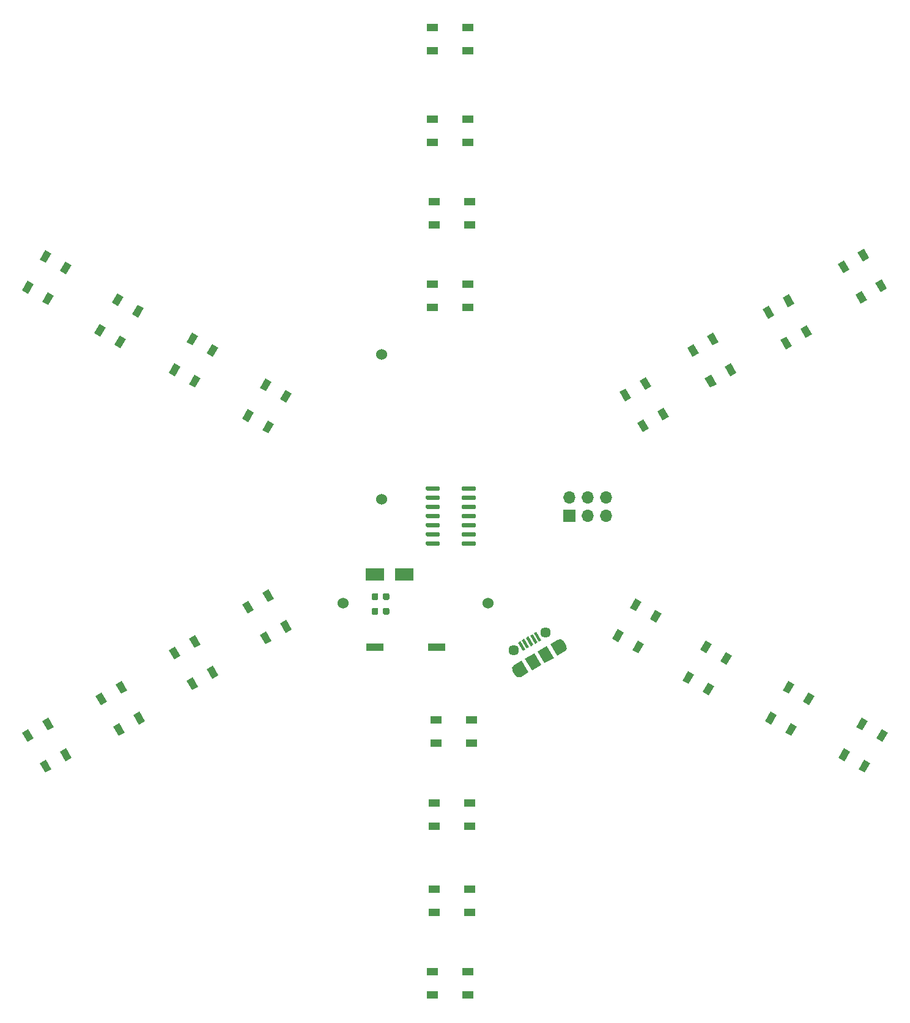
<source format=gbr>
%TF.GenerationSoftware,KiCad,Pcbnew,(5.1.12)-1*%
%TF.CreationDate,2021-12-12T20:51:00-05:00*%
%TF.ProjectId,snowflake,736e6f77-666c-4616-9b65-2e6b69636164,rev?*%
%TF.SameCoordinates,Original*%
%TF.FileFunction,Soldermask,Top*%
%TF.FilePolarity,Negative*%
%FSLAX46Y46*%
G04 Gerber Fmt 4.6, Leading zero omitted, Abs format (unit mm)*
G04 Created by KiCad (PCBNEW (5.1.12)-1) date 2021-12-12 20:51:00*
%MOMM*%
%LPD*%
G01*
G04 APERTURE LIST*
%ADD10R,2.440000X1.120000*%
%ADD11O,1.700000X1.700000*%
%ADD12R,1.700000X1.700000*%
%ADD13C,0.100000*%
%ADD14C,1.524000*%
%ADD15R,1.500000X1.000000*%
%ADD16C,1.450000*%
%ADD17R,2.500000X1.800000*%
G04 APERTURE END LIST*
D10*
%TO.C,SW1*%
X151790400Y-117195600D03*
X143180400Y-117195600D03*
%TD*%
D11*
%TO.C,J1*%
X175260000Y-96520000D03*
X175260000Y-99060000D03*
X172720000Y-96520000D03*
X172720000Y-99060000D03*
X170180000Y-96520000D03*
D12*
X170180000Y-99060000D03*
%TD*%
D13*
%TO.C,D3*%
G36*
X181469295Y-81081657D02*
G01*
X180603269Y-81581657D01*
X179853269Y-80282619D01*
X180719295Y-79782619D01*
X181469295Y-81081657D01*
G37*
G36*
X178698013Y-82681657D02*
G01*
X177831987Y-83181657D01*
X177081987Y-81882619D01*
X177948013Y-81382619D01*
X178698013Y-82681657D01*
G37*
G36*
X183919295Y-85325181D02*
G01*
X183053269Y-85825181D01*
X182303269Y-84526143D01*
X183169295Y-84026143D01*
X183919295Y-85325181D01*
G37*
G36*
X181148013Y-86925181D02*
G01*
X180281987Y-87425181D01*
X179531987Y-86126143D01*
X180398013Y-85626143D01*
X181148013Y-86925181D01*
G37*
%TD*%
%TO.C,D2*%
G36*
X182157754Y-113877757D02*
G01*
X181291728Y-113377757D01*
X182041728Y-112078719D01*
X182907754Y-112578719D01*
X182157754Y-113877757D01*
G37*
G36*
X179386472Y-112277757D02*
G01*
X178520446Y-111777757D01*
X179270446Y-110478719D01*
X180136472Y-110978719D01*
X179386472Y-112277757D01*
G37*
G36*
X179707754Y-118121281D02*
G01*
X178841728Y-117621281D01*
X179591728Y-116322243D01*
X180457754Y-116822243D01*
X179707754Y-118121281D01*
G37*
G36*
X176936472Y-116521281D02*
G01*
X176070446Y-116021281D01*
X176820446Y-114722243D01*
X177686472Y-115222243D01*
X176936472Y-116521281D01*
G37*
%TD*%
D14*
%TO.C,BT1*%
X144145000Y-96774000D03*
X144145000Y-76708000D03*
%TD*%
%TO.C,BT2*%
X158877000Y-111125000D03*
X138811000Y-111125000D03*
%TD*%
%TO.C,C1*%
G36*
G01*
X142780000Y-112518000D02*
X142780000Y-112018000D01*
G75*
G02*
X143005000Y-111793000I225000J0D01*
G01*
X143455000Y-111793000D01*
G75*
G02*
X143680000Y-112018000I0J-225000D01*
G01*
X143680000Y-112518000D01*
G75*
G02*
X143455000Y-112743000I-225000J0D01*
G01*
X143005000Y-112743000D01*
G75*
G02*
X142780000Y-112518000I0J225000D01*
G01*
G37*
G36*
G01*
X144330000Y-112518000D02*
X144330000Y-112018000D01*
G75*
G02*
X144555000Y-111793000I225000J0D01*
G01*
X145005000Y-111793000D01*
G75*
G02*
X145230000Y-112018000I0J-225000D01*
G01*
X145230000Y-112518000D01*
G75*
G02*
X145005000Y-112743000I-225000J0D01*
G01*
X144555000Y-112743000D01*
G75*
G02*
X144330000Y-112518000I0J225000D01*
G01*
G37*
%TD*%
%TO.C,C2*%
G36*
G01*
X144330000Y-110486000D02*
X144330000Y-109986000D01*
G75*
G02*
X144555000Y-109761000I225000J0D01*
G01*
X145005000Y-109761000D01*
G75*
G02*
X145230000Y-109986000I0J-225000D01*
G01*
X145230000Y-110486000D01*
G75*
G02*
X145005000Y-110711000I-225000J0D01*
G01*
X144555000Y-110711000D01*
G75*
G02*
X144330000Y-110486000I0J225000D01*
G01*
G37*
G36*
G01*
X142780000Y-110486000D02*
X142780000Y-109986000D01*
G75*
G02*
X143005000Y-109761000I225000J0D01*
G01*
X143455000Y-109761000D01*
G75*
G02*
X143680000Y-109986000I0J-225000D01*
G01*
X143680000Y-110486000D01*
G75*
G02*
X143455000Y-110711000I-225000J0D01*
G01*
X143005000Y-110711000D01*
G75*
G02*
X142780000Y-110486000I0J225000D01*
G01*
G37*
%TD*%
D15*
%TO.C,D1*%
X151728000Y-127305000D03*
X151728000Y-130505000D03*
X156628000Y-127305000D03*
X156628000Y-130505000D03*
%TD*%
%TO.C,D4*%
X156374000Y-142062000D03*
X156374000Y-138862000D03*
X151474000Y-142062000D03*
X151474000Y-138862000D03*
%TD*%
D13*
%TO.C,D5*%
G36*
X186677372Y-122350381D02*
G01*
X185811346Y-121850381D01*
X186561346Y-120551343D01*
X187427372Y-121051343D01*
X186677372Y-122350381D01*
G37*
G36*
X189448654Y-123950381D02*
G01*
X188582628Y-123450381D01*
X189332628Y-122151343D01*
X190198654Y-122651343D01*
X189448654Y-123950381D01*
G37*
G36*
X189127372Y-118106857D02*
G01*
X188261346Y-117606857D01*
X189011346Y-116307819D01*
X189877372Y-116807819D01*
X189127372Y-118106857D01*
G37*
G36*
X191898654Y-119706857D02*
G01*
X191032628Y-119206857D01*
X191782628Y-117907819D01*
X192648654Y-118407819D01*
X191898654Y-119706857D01*
G37*
%TD*%
%TO.C,D6*%
G36*
X190512372Y-80791281D02*
G01*
X189646346Y-81291281D01*
X188896346Y-79992243D01*
X189762372Y-79492243D01*
X190512372Y-80791281D01*
G37*
G36*
X193283654Y-79191281D02*
G01*
X192417628Y-79691281D01*
X191667628Y-78392243D01*
X192533654Y-77892243D01*
X193283654Y-79191281D01*
G37*
G36*
X188062372Y-76547757D02*
G01*
X187196346Y-77047757D01*
X186446346Y-75748719D01*
X187312372Y-75248719D01*
X188062372Y-76547757D01*
G37*
G36*
X190833654Y-74947757D02*
G01*
X189967628Y-75447757D01*
X189217628Y-74148719D01*
X190083654Y-73648719D01*
X190833654Y-74947757D01*
G37*
%TD*%
D15*
%TO.C,D7*%
X156335900Y-154000000D03*
X156335900Y-150800000D03*
X151435900Y-154000000D03*
X151435900Y-150800000D03*
%TD*%
D13*
%TO.C,D8*%
G36*
X203328654Y-125307757D02*
G01*
X202462628Y-124807757D01*
X203212628Y-123508719D01*
X204078654Y-124008719D01*
X203328654Y-125307757D01*
G37*
G36*
X200557372Y-123707757D02*
G01*
X199691346Y-123207757D01*
X200441346Y-121908719D01*
X201307372Y-122408719D01*
X200557372Y-123707757D01*
G37*
G36*
X200878654Y-129551281D02*
G01*
X200012628Y-129051281D01*
X200762628Y-127752243D01*
X201628654Y-128252243D01*
X200878654Y-129551281D01*
G37*
G36*
X198107372Y-127951281D02*
G01*
X197241346Y-127451281D01*
X197991346Y-126152243D01*
X198857372Y-126652243D01*
X198107372Y-127951281D01*
G37*
%TD*%
%TO.C,D9*%
G36*
X201274154Y-69638957D02*
G01*
X200408128Y-70138957D01*
X199658128Y-68839919D01*
X200524154Y-68339919D01*
X201274154Y-69638957D01*
G37*
G36*
X198502872Y-71238957D02*
G01*
X197636846Y-71738957D01*
X196886846Y-70439919D01*
X197752872Y-69939919D01*
X198502872Y-71238957D01*
G37*
G36*
X203724154Y-73882481D02*
G01*
X202858128Y-74382481D01*
X202108128Y-73083443D01*
X202974154Y-72583443D01*
X203724154Y-73882481D01*
G37*
G36*
X200952872Y-75482481D02*
G01*
X200086846Y-75982481D01*
X199336846Y-74683443D01*
X200202872Y-74183443D01*
X200952872Y-75482481D01*
G37*
%TD*%
D15*
%TO.C,D10*%
X151220000Y-162230000D03*
X151220000Y-165430000D03*
X156120000Y-162230000D03*
X156120000Y-165430000D03*
%TD*%
D13*
%TO.C,D11*%
G36*
X208267372Y-133031281D02*
G01*
X207401346Y-132531281D01*
X208151346Y-131232243D01*
X209017372Y-131732243D01*
X208267372Y-133031281D01*
G37*
G36*
X211038654Y-134631281D02*
G01*
X210172628Y-134131281D01*
X210922628Y-132832243D01*
X211788654Y-133332243D01*
X211038654Y-134631281D01*
G37*
G36*
X210717372Y-128787757D02*
G01*
X209851346Y-128287757D01*
X210601346Y-126988719D01*
X211467372Y-127488719D01*
X210717372Y-128787757D01*
G37*
G36*
X213488654Y-130387757D02*
G01*
X212622628Y-129887757D01*
X213372628Y-128588719D01*
X214238654Y-129088719D01*
X213488654Y-130387757D01*
G37*
%TD*%
%TO.C,D12*%
G36*
X211674354Y-63327257D02*
G01*
X210808328Y-63827257D01*
X210058328Y-62528219D01*
X210924354Y-62028219D01*
X211674354Y-63327257D01*
G37*
G36*
X208903072Y-64927257D02*
G01*
X208037046Y-65427257D01*
X207287046Y-64128219D01*
X208153072Y-63628219D01*
X208903072Y-64927257D01*
G37*
G36*
X214124354Y-67570781D02*
G01*
X213258328Y-68070781D01*
X212508328Y-66771743D01*
X213374354Y-66271743D01*
X214124354Y-67570781D01*
G37*
G36*
X211353072Y-69170781D02*
G01*
X210487046Y-69670781D01*
X209737046Y-68371743D01*
X210603072Y-67871743D01*
X211353072Y-69170781D01*
G37*
%TD*%
D15*
%TO.C,D13*%
X151220000Y-66980000D03*
X151220000Y-70180000D03*
X156120000Y-66980000D03*
X156120000Y-70180000D03*
%TD*%
D13*
%TO.C,D14*%
G36*
X125601346Y-84242243D02*
G01*
X126467372Y-84742243D01*
X125717372Y-86041281D01*
X124851346Y-85541281D01*
X125601346Y-84242243D01*
G37*
G36*
X128372628Y-85842243D02*
G01*
X129238654Y-86342243D01*
X128488654Y-87641281D01*
X127622628Y-87141281D01*
X128372628Y-85842243D01*
G37*
G36*
X128051346Y-79998719D02*
G01*
X128917372Y-80498719D01*
X128167372Y-81797757D01*
X127301346Y-81297757D01*
X128051346Y-79998719D01*
G37*
G36*
X130822628Y-81598719D02*
G01*
X131688654Y-82098719D01*
X130938654Y-83397757D01*
X130072628Y-82897757D01*
X130822628Y-81598719D01*
G37*
%TD*%
%TO.C,D15*%
G36*
X127301346Y-115552243D02*
G01*
X128167372Y-115052243D01*
X128917372Y-116351281D01*
X128051346Y-116851281D01*
X127301346Y-115552243D01*
G37*
G36*
X130072628Y-113952243D02*
G01*
X130938654Y-113452243D01*
X131688654Y-114751281D01*
X130822628Y-115251281D01*
X130072628Y-113952243D01*
G37*
G36*
X124851346Y-111308719D02*
G01*
X125717372Y-110808719D01*
X126467372Y-112107757D01*
X125601346Y-112607757D01*
X124851346Y-111308719D01*
G37*
G36*
X127622628Y-109708719D02*
G01*
X128488654Y-109208719D01*
X129238654Y-110507757D01*
X128372628Y-111007757D01*
X127622628Y-109708719D01*
G37*
%TD*%
D15*
%TO.C,D16*%
X151410500Y-55550000D03*
X151410500Y-58750000D03*
X156310500Y-55550000D03*
X156310500Y-58750000D03*
%TD*%
D13*
%TO.C,D17*%
G36*
X120662628Y-75248719D02*
G01*
X121528654Y-75748719D01*
X120778654Y-77047757D01*
X119912628Y-76547757D01*
X120662628Y-75248719D01*
G37*
G36*
X117891346Y-73648719D02*
G01*
X118757372Y-74148719D01*
X118007372Y-75447757D01*
X117141346Y-74947757D01*
X117891346Y-73648719D01*
G37*
G36*
X118212628Y-79492243D02*
G01*
X119078654Y-79992243D01*
X118328654Y-81291281D01*
X117462628Y-80791281D01*
X118212628Y-79492243D01*
G37*
G36*
X115441346Y-77892243D02*
G01*
X116307372Y-78392243D01*
X115557372Y-79691281D01*
X114691346Y-79191281D01*
X115441346Y-77892243D01*
G37*
%TD*%
%TO.C,D18*%
G36*
X117462628Y-116058719D02*
G01*
X118328654Y-115558719D01*
X119078654Y-116857757D01*
X118212628Y-117357757D01*
X117462628Y-116058719D01*
G37*
G36*
X114691346Y-117658719D02*
G01*
X115557372Y-117158719D01*
X116307372Y-118457757D01*
X115441346Y-118957757D01*
X114691346Y-117658719D01*
G37*
G36*
X119912628Y-120302243D02*
G01*
X120778654Y-119802243D01*
X121528654Y-121101281D01*
X120662628Y-121601281D01*
X119912628Y-120302243D01*
G37*
G36*
X117141346Y-121902243D02*
G01*
X118007372Y-121402243D01*
X118757372Y-122701281D01*
X117891346Y-123201281D01*
X117141346Y-121902243D01*
G37*
%TD*%
D15*
%TO.C,D19*%
X156120000Y-47320000D03*
X156120000Y-44120000D03*
X151220000Y-47320000D03*
X151220000Y-44120000D03*
%TD*%
D13*
%TO.C,D20*%
G36*
X105120705Y-72430481D02*
G01*
X105986731Y-72930481D01*
X105236731Y-74229519D01*
X104370705Y-73729519D01*
X105120705Y-72430481D01*
G37*
G36*
X107891987Y-74030481D02*
G01*
X108758013Y-74530481D01*
X108008013Y-75829519D01*
X107141987Y-75329519D01*
X107891987Y-74030481D01*
G37*
G36*
X107570705Y-68186957D02*
G01*
X108436731Y-68686957D01*
X107686731Y-69985995D01*
X106820705Y-69485995D01*
X107570705Y-68186957D01*
G37*
G36*
X110341987Y-69786957D02*
G01*
X111208013Y-70286957D01*
X110458013Y-71585995D01*
X109591987Y-71085995D01*
X110341987Y-69786957D01*
G37*
%TD*%
%TO.C,D21*%
G36*
X106981346Y-128252243D02*
G01*
X107847372Y-127752243D01*
X108597372Y-129051281D01*
X107731346Y-129551281D01*
X106981346Y-128252243D01*
G37*
G36*
X109752628Y-126652243D02*
G01*
X110618654Y-126152243D01*
X111368654Y-127451281D01*
X110502628Y-127951281D01*
X109752628Y-126652243D01*
G37*
G36*
X104531346Y-124008719D02*
G01*
X105397372Y-123508719D01*
X106147372Y-124807757D01*
X105281346Y-125307757D01*
X104531346Y-124008719D01*
G37*
G36*
X107302628Y-122408719D02*
G01*
X108168654Y-121908719D01*
X108918654Y-123207757D01*
X108052628Y-123707757D01*
X107302628Y-122408719D01*
G37*
%TD*%
D15*
%TO.C,D22*%
X151220000Y-31420000D03*
X151220000Y-34620000D03*
X156120000Y-31420000D03*
X156120000Y-34620000D03*
%TD*%
D13*
%TO.C,D23*%
G36*
X100342628Y-63818719D02*
G01*
X101208654Y-64318719D01*
X100458654Y-65617757D01*
X99592628Y-65117757D01*
X100342628Y-63818719D01*
G37*
G36*
X97571346Y-62218719D02*
G01*
X98437372Y-62718719D01*
X97687372Y-64017757D01*
X96821346Y-63517757D01*
X97571346Y-62218719D01*
G37*
G36*
X97892628Y-68062243D02*
G01*
X98758654Y-68562243D01*
X98008654Y-69861281D01*
X97142628Y-69361281D01*
X97892628Y-68062243D01*
G37*
G36*
X95121346Y-66462243D02*
G01*
X95987372Y-66962243D01*
X95237372Y-68261281D01*
X94371346Y-67761281D01*
X95121346Y-66462243D01*
G37*
%TD*%
%TO.C,D24*%
G36*
X97142628Y-127488719D02*
G01*
X98008654Y-126988719D01*
X98758654Y-128287757D01*
X97892628Y-128787757D01*
X97142628Y-127488719D01*
G37*
G36*
X94371346Y-129088719D02*
G01*
X95237372Y-128588719D01*
X95987372Y-129887757D01*
X95121346Y-130387757D01*
X94371346Y-129088719D01*
G37*
G36*
X99592628Y-131732243D02*
G01*
X100458654Y-131232243D01*
X101208654Y-132531281D01*
X100342628Y-133031281D01*
X99592628Y-131732243D01*
G37*
G36*
X96821346Y-133332243D02*
G01*
X97687372Y-132832243D01*
X98437372Y-134131281D01*
X97571346Y-134631281D01*
X96821346Y-133332243D01*
G37*
%TD*%
%TO.C,J2*%
G36*
X166689656Y-119473030D02*
G01*
X165739656Y-117827582D01*
X167038694Y-117077582D01*
X167988694Y-118723030D01*
X166689656Y-119473030D01*
G37*
D16*
X162483086Y-117687038D03*
D13*
G36*
X164249528Y-117446605D02*
G01*
X163574528Y-116277471D01*
X163920938Y-116077471D01*
X164595938Y-117246605D01*
X164249528Y-117446605D01*
G37*
G36*
X163686612Y-117771605D02*
G01*
X163011612Y-116602471D01*
X163358022Y-116402471D01*
X164033022Y-117571605D01*
X163686612Y-117771605D01*
G37*
G36*
X165938278Y-116471605D02*
G01*
X165263278Y-115302471D01*
X165609688Y-115102471D01*
X166284688Y-116271605D01*
X165938278Y-116471605D01*
G37*
G36*
X165375362Y-116796605D02*
G01*
X164700362Y-115627471D01*
X165046772Y-115427471D01*
X165721772Y-116596605D01*
X165375362Y-116796605D01*
G37*
G36*
X164812445Y-117121605D02*
G01*
X164137445Y-115952471D01*
X164483855Y-115752471D01*
X165158855Y-116921605D01*
X164812445Y-117121605D01*
G37*
D16*
X166813214Y-115187038D03*
D13*
G36*
X164957606Y-120473030D02*
G01*
X164007606Y-118827582D01*
X165306644Y-118077582D01*
X166256644Y-119723030D01*
X164957606Y-120473030D01*
G37*
G36*
G01*
X163311676Y-119922197D02*
X163661676Y-120528415D01*
G75*
G02*
X163442061Y-121348030I-519615J-300000D01*
G01*
X163442061Y-121348030D01*
G75*
G02*
X162622446Y-121128415I-300000J519615D01*
G01*
X162272446Y-120522197D01*
G75*
G02*
X162492061Y-119702582I519615J300000D01*
G01*
X162492061Y-119702582D01*
G75*
G02*
X163311676Y-119922197I300000J-519615D01*
G01*
G37*
G36*
G01*
X168684624Y-117628415D02*
X168334624Y-117022197D01*
G75*
G02*
X168554239Y-116202582I519615J300000D01*
G01*
X168554239Y-116202582D01*
G75*
G02*
X169373854Y-116422197I300000J-519615D01*
G01*
X169723854Y-117028415D01*
G75*
G02*
X169504239Y-117848030I-519615J-300000D01*
G01*
X169504239Y-117848030D01*
G75*
G02*
X168684624Y-117628415I-300000J519615D01*
G01*
G37*
G36*
X168465009Y-118448030D02*
G01*
X167515009Y-116802582D01*
X168554239Y-116202582D01*
X169504239Y-117848030D01*
X168465009Y-118448030D01*
G37*
G36*
X163442061Y-121348030D02*
G01*
X162492061Y-119702582D01*
X163531291Y-119102582D01*
X164481291Y-120748030D01*
X163442061Y-121348030D01*
G37*
%TD*%
%TO.C,U1*%
G36*
G01*
X150285000Y-95400000D02*
X150285000Y-95100000D01*
G75*
G02*
X150435000Y-94950000I150000J0D01*
G01*
X152085000Y-94950000D01*
G75*
G02*
X152235000Y-95100000I0J-150000D01*
G01*
X152235000Y-95400000D01*
G75*
G02*
X152085000Y-95550000I-150000J0D01*
G01*
X150435000Y-95550000D01*
G75*
G02*
X150285000Y-95400000I0J150000D01*
G01*
G37*
G36*
G01*
X150285000Y-96670000D02*
X150285000Y-96370000D01*
G75*
G02*
X150435000Y-96220000I150000J0D01*
G01*
X152085000Y-96220000D01*
G75*
G02*
X152235000Y-96370000I0J-150000D01*
G01*
X152235000Y-96670000D01*
G75*
G02*
X152085000Y-96820000I-150000J0D01*
G01*
X150435000Y-96820000D01*
G75*
G02*
X150285000Y-96670000I0J150000D01*
G01*
G37*
G36*
G01*
X150285000Y-97940000D02*
X150285000Y-97640000D01*
G75*
G02*
X150435000Y-97490000I150000J0D01*
G01*
X152085000Y-97490000D01*
G75*
G02*
X152235000Y-97640000I0J-150000D01*
G01*
X152235000Y-97940000D01*
G75*
G02*
X152085000Y-98090000I-150000J0D01*
G01*
X150435000Y-98090000D01*
G75*
G02*
X150285000Y-97940000I0J150000D01*
G01*
G37*
G36*
G01*
X150285000Y-99210000D02*
X150285000Y-98910000D01*
G75*
G02*
X150435000Y-98760000I150000J0D01*
G01*
X152085000Y-98760000D01*
G75*
G02*
X152235000Y-98910000I0J-150000D01*
G01*
X152235000Y-99210000D01*
G75*
G02*
X152085000Y-99360000I-150000J0D01*
G01*
X150435000Y-99360000D01*
G75*
G02*
X150285000Y-99210000I0J150000D01*
G01*
G37*
G36*
G01*
X150285000Y-100480000D02*
X150285000Y-100180000D01*
G75*
G02*
X150435000Y-100030000I150000J0D01*
G01*
X152085000Y-100030000D01*
G75*
G02*
X152235000Y-100180000I0J-150000D01*
G01*
X152235000Y-100480000D01*
G75*
G02*
X152085000Y-100630000I-150000J0D01*
G01*
X150435000Y-100630000D01*
G75*
G02*
X150285000Y-100480000I0J150000D01*
G01*
G37*
G36*
G01*
X150285000Y-101750000D02*
X150285000Y-101450000D01*
G75*
G02*
X150435000Y-101300000I150000J0D01*
G01*
X152085000Y-101300000D01*
G75*
G02*
X152235000Y-101450000I0J-150000D01*
G01*
X152235000Y-101750000D01*
G75*
G02*
X152085000Y-101900000I-150000J0D01*
G01*
X150435000Y-101900000D01*
G75*
G02*
X150285000Y-101750000I0J150000D01*
G01*
G37*
G36*
G01*
X150285000Y-103020000D02*
X150285000Y-102720000D01*
G75*
G02*
X150435000Y-102570000I150000J0D01*
G01*
X152085000Y-102570000D01*
G75*
G02*
X152235000Y-102720000I0J-150000D01*
G01*
X152235000Y-103020000D01*
G75*
G02*
X152085000Y-103170000I-150000J0D01*
G01*
X150435000Y-103170000D01*
G75*
G02*
X150285000Y-103020000I0J150000D01*
G01*
G37*
G36*
G01*
X155235000Y-103020000D02*
X155235000Y-102720000D01*
G75*
G02*
X155385000Y-102570000I150000J0D01*
G01*
X157035000Y-102570000D01*
G75*
G02*
X157185000Y-102720000I0J-150000D01*
G01*
X157185000Y-103020000D01*
G75*
G02*
X157035000Y-103170000I-150000J0D01*
G01*
X155385000Y-103170000D01*
G75*
G02*
X155235000Y-103020000I0J150000D01*
G01*
G37*
G36*
G01*
X155235000Y-101750000D02*
X155235000Y-101450000D01*
G75*
G02*
X155385000Y-101300000I150000J0D01*
G01*
X157035000Y-101300000D01*
G75*
G02*
X157185000Y-101450000I0J-150000D01*
G01*
X157185000Y-101750000D01*
G75*
G02*
X157035000Y-101900000I-150000J0D01*
G01*
X155385000Y-101900000D01*
G75*
G02*
X155235000Y-101750000I0J150000D01*
G01*
G37*
G36*
G01*
X155235000Y-100480000D02*
X155235000Y-100180000D01*
G75*
G02*
X155385000Y-100030000I150000J0D01*
G01*
X157035000Y-100030000D01*
G75*
G02*
X157185000Y-100180000I0J-150000D01*
G01*
X157185000Y-100480000D01*
G75*
G02*
X157035000Y-100630000I-150000J0D01*
G01*
X155385000Y-100630000D01*
G75*
G02*
X155235000Y-100480000I0J150000D01*
G01*
G37*
G36*
G01*
X155235000Y-99210000D02*
X155235000Y-98910000D01*
G75*
G02*
X155385000Y-98760000I150000J0D01*
G01*
X157035000Y-98760000D01*
G75*
G02*
X157185000Y-98910000I0J-150000D01*
G01*
X157185000Y-99210000D01*
G75*
G02*
X157035000Y-99360000I-150000J0D01*
G01*
X155385000Y-99360000D01*
G75*
G02*
X155235000Y-99210000I0J150000D01*
G01*
G37*
G36*
G01*
X155235000Y-97940000D02*
X155235000Y-97640000D01*
G75*
G02*
X155385000Y-97490000I150000J0D01*
G01*
X157035000Y-97490000D01*
G75*
G02*
X157185000Y-97640000I0J-150000D01*
G01*
X157185000Y-97940000D01*
G75*
G02*
X157035000Y-98090000I-150000J0D01*
G01*
X155385000Y-98090000D01*
G75*
G02*
X155235000Y-97940000I0J150000D01*
G01*
G37*
G36*
G01*
X155235000Y-96670000D02*
X155235000Y-96370000D01*
G75*
G02*
X155385000Y-96220000I150000J0D01*
G01*
X157035000Y-96220000D01*
G75*
G02*
X157185000Y-96370000I0J-150000D01*
G01*
X157185000Y-96670000D01*
G75*
G02*
X157035000Y-96820000I-150000J0D01*
G01*
X155385000Y-96820000D01*
G75*
G02*
X155235000Y-96670000I0J150000D01*
G01*
G37*
G36*
G01*
X155235000Y-95400000D02*
X155235000Y-95100000D01*
G75*
G02*
X155385000Y-94950000I150000J0D01*
G01*
X157035000Y-94950000D01*
G75*
G02*
X157185000Y-95100000I0J-150000D01*
G01*
X157185000Y-95400000D01*
G75*
G02*
X157035000Y-95550000I-150000J0D01*
G01*
X155385000Y-95550000D01*
G75*
G02*
X155235000Y-95400000I0J150000D01*
G01*
G37*
%TD*%
D17*
%TO.C,D25*%
X143256000Y-107188000D03*
X147256000Y-107188000D03*
%TD*%
M02*

</source>
